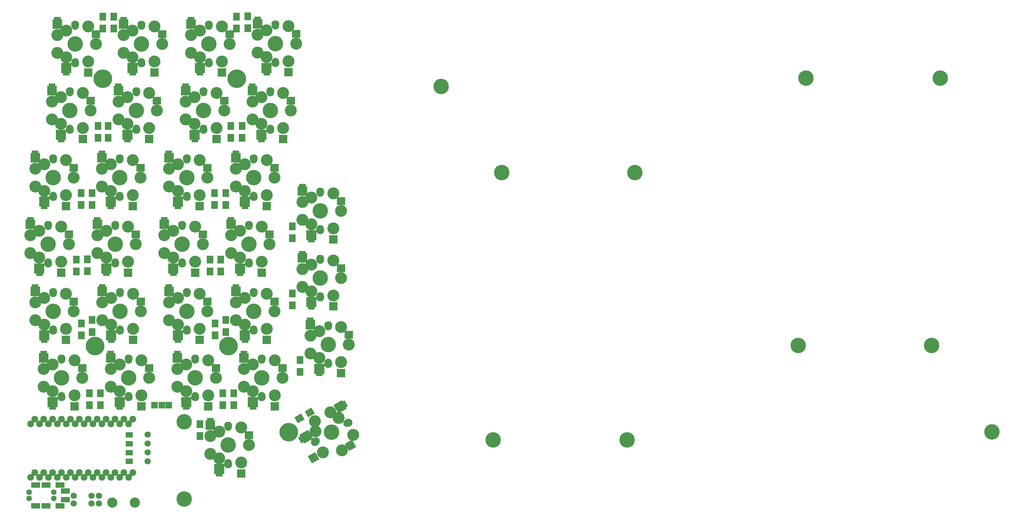
<source format=gbs>
G04 #@! TF.GenerationSoftware,KiCad,Pcbnew,5.1.5-52549c5~84~ubuntu18.04.1*
G04 #@! TF.CreationDate,2019-12-02T10:01:40+01:00*
G04 #@! TF.ProjectId,Lily58_Pro_OneForAll,4c696c79-3538-45f5-9072-6f5f4f6e6546,rev?*
G04 #@! TF.SameCoordinates,Original*
G04 #@! TF.FileFunction,Soldermask,Bot*
G04 #@! TF.FilePolarity,Negative*
%FSLAX46Y46*%
G04 Gerber Fmt 4.6, Leading zero omitted, Abs format (unit mm)*
G04 Created by KiCad (PCBNEW 5.1.5-52549c5~84~ubuntu18.04.1) date 2019-12-02 10:01:40*
%MOMM*%
%LPD*%
G04 APERTURE LIST*
%ADD10C,4.400000*%
%ADD11C,1.600000*%
%ADD12R,2.500000X1.600000*%
%ADD13R,1.924000X1.924000*%
%ADD14C,0.100000*%
%ADD15C,3.400000*%
%ADD16C,0.500000*%
%ADD17C,2.300000*%
%ADD18C,2.100000*%
%ADD19R,1.900000X1.100000*%
%ADD20R,2.400000X2.400000*%
%ADD21R,2.400000X2.300000*%
%ADD22R,2.900000X2.900000*%
%ADD23R,2.800000X2.800000*%
%ADD24C,1.924000*%
%ADD25C,5.300000*%
%ADD26C,1.797000*%
%ADD27R,1.035000X1.543000*%
%ADD28C,2.900000*%
%ADD29R,1.900000X2.200000*%
G04 APERTURE END LIST*
D10*
X237786000Y-110938000D03*
X239986000Y-34738000D03*
X275786000Y-110938000D03*
X278186000Y-34738000D03*
X292986000Y-135538000D03*
X191225000Y-61655000D03*
X189025000Y-137855000D03*
X136025000Y-37055000D03*
X150825000Y-137855000D03*
X153225000Y-61655000D03*
D11*
X25575000Y-154515000D03*
X18575000Y-154515000D03*
D12*
X27375000Y-156615000D03*
X28875000Y-152415000D03*
X20375000Y-156615000D03*
X23375000Y-156615000D03*
D11*
X18575000Y-152765000D03*
X25575000Y-152765000D03*
D12*
X20375000Y-150665000D03*
X23375000Y-150665000D03*
X27375000Y-150665000D03*
X28875000Y-154865000D03*
D13*
X54275000Y-127965000D03*
X56375000Y-127965000D03*
X58375000Y-127965000D03*
D14*
G36*
X96162470Y-138847660D02*
G01*
X95212470Y-137202212D01*
X96165098Y-136652212D01*
X97115098Y-138297660D01*
X96162470Y-138847660D01*
G37*
G36*
X108459069Y-128745994D02*
G01*
X107509069Y-127100546D01*
X108461697Y-126550546D01*
X109411697Y-128195994D01*
X108459069Y-128745994D01*
G37*
D15*
X106804557Y-131560295D03*
X106804557Y-131560295D03*
X100035295Y-132535591D03*
D16*
X106797547Y-131518154D03*
D15*
X110955127Y-136369294D03*
D14*
G36*
X100049424Y-141280064D02*
G01*
X101249424Y-143358524D01*
X99170964Y-144558524D01*
X97970964Y-142480064D01*
X100049424Y-141280064D01*
G37*
G36*
X110545800Y-137760320D02*
G01*
X111745800Y-139838780D01*
X109753942Y-140988780D01*
X108553942Y-138910320D01*
X110545800Y-137760320D01*
G37*
D15*
X102294873Y-141369294D03*
X107725000Y-140774550D03*
D16*
X100172453Y-135343154D03*
D14*
G36*
X98060162Y-134934558D02*
G01*
X99510162Y-137446032D01*
X96998688Y-138896032D01*
X95548688Y-136384558D01*
X98060162Y-134934558D01*
G37*
D15*
X104434705Y-129995591D03*
D10*
X104775000Y-135665000D03*
D17*
X100011860Y-138415000D03*
X109538140Y-132915000D03*
D18*
X109174409Y-133125000D03*
X100375591Y-138205000D03*
D15*
X100205443Y-135370295D03*
D14*
G36*
X107683781Y-126503155D02*
G01*
X109083781Y-128928027D01*
X106658909Y-130328027D01*
X105258909Y-127903155D01*
X107683781Y-126503155D01*
G37*
D19*
X99025000Y-81065000D03*
X96425000Y-65365000D03*
D15*
X98985000Y-68755000D03*
X98985000Y-68755000D03*
X96445000Y-75105000D03*
D16*
X98945000Y-68740000D03*
D15*
X105225000Y-67565000D03*
D20*
X105225000Y-80665000D03*
D21*
X107425000Y-69765000D03*
D15*
X105225000Y-77565000D03*
X107425000Y-72565000D03*
D16*
X98945000Y-76390000D03*
D22*
X98985000Y-79465000D03*
D15*
X96445000Y-70025000D03*
D10*
X101525000Y-72565000D03*
D17*
X101525000Y-78065000D03*
X101525000Y-67065000D03*
D18*
X101525000Y-67485000D03*
X101525000Y-77645000D03*
D15*
X98984999Y-76375000D03*
D23*
X96445000Y-66865000D03*
D19*
X99025000Y-100165000D03*
X96425000Y-84465000D03*
D15*
X98985000Y-87855000D03*
X98985000Y-87855000D03*
X96445000Y-94205000D03*
D16*
X98945000Y-87840000D03*
D15*
X105225000Y-86665000D03*
D20*
X105225000Y-99765000D03*
D21*
X107425000Y-88865000D03*
D15*
X105225000Y-96665000D03*
X107425000Y-91665000D03*
D16*
X98945000Y-95490000D03*
D22*
X98985000Y-98565000D03*
D15*
X96445000Y-89125000D03*
D10*
X101525000Y-91665000D03*
D17*
X101525000Y-97165000D03*
X101525000Y-86165000D03*
D18*
X101525000Y-86585000D03*
X101525000Y-96745000D03*
D15*
X98984999Y-95475000D03*
D23*
X96445000Y-85965000D03*
D19*
X101275000Y-119165000D03*
X98675000Y-103465000D03*
D15*
X101235000Y-106855000D03*
X101235000Y-106855000D03*
X98695000Y-113205000D03*
D16*
X101195000Y-106840000D03*
D15*
X107475000Y-105665000D03*
D20*
X107475000Y-118765000D03*
D21*
X109675000Y-107865000D03*
D15*
X107475000Y-115665000D03*
X109675000Y-110665000D03*
D16*
X101195000Y-114490000D03*
D22*
X101235000Y-117565000D03*
D15*
X98695000Y-108125000D03*
D10*
X103775000Y-110665000D03*
D17*
X103775000Y-116165000D03*
X103775000Y-105165000D03*
D18*
X103775000Y-105585000D03*
X103775000Y-115745000D03*
D15*
X101234999Y-114475000D03*
D23*
X98695000Y-104965000D03*
D19*
X72775000Y-147765000D03*
X70175000Y-132065000D03*
D15*
X72735000Y-135455000D03*
X72735000Y-135455000D03*
X70195000Y-141805000D03*
D16*
X72695000Y-135440000D03*
D15*
X78975000Y-134265000D03*
D20*
X78975000Y-147365000D03*
D21*
X81175000Y-136465000D03*
D15*
X78975000Y-144265000D03*
X81175000Y-139265000D03*
D16*
X72695000Y-143090000D03*
D22*
X72735000Y-146165000D03*
D15*
X70195000Y-136725000D03*
D10*
X75275000Y-139265000D03*
D17*
X75275000Y-144765000D03*
X75275000Y-133765000D03*
D18*
X75275000Y-134185000D03*
X75275000Y-144345000D03*
D15*
X72734999Y-143075000D03*
D23*
X70195000Y-133565000D03*
D19*
X86275000Y-33415000D03*
X83675000Y-17715000D03*
D15*
X86235000Y-21105000D03*
X86235000Y-21105000D03*
X83695000Y-27455000D03*
D16*
X86195000Y-21090000D03*
D15*
X92475000Y-19915000D03*
D20*
X92475000Y-33015000D03*
D21*
X94675000Y-22115000D03*
D15*
X92475000Y-29915000D03*
X94675000Y-24915000D03*
D16*
X86195000Y-28740000D03*
D22*
X86235000Y-31815000D03*
D15*
X83695000Y-22375000D03*
D10*
X88775000Y-24915000D03*
D17*
X88775000Y-30415000D03*
X88775000Y-19415000D03*
D18*
X88775000Y-19835000D03*
X88775000Y-29995000D03*
D15*
X86234999Y-28725000D03*
D23*
X83695000Y-19215000D03*
D19*
X84775000Y-52465000D03*
X82175000Y-36765000D03*
D15*
X84735000Y-40155000D03*
X84735000Y-40155000D03*
X82195000Y-46505000D03*
D16*
X84695000Y-40140000D03*
D15*
X90975000Y-38965000D03*
D20*
X90975000Y-52065000D03*
D21*
X93175000Y-41165000D03*
D15*
X90975000Y-48965000D03*
X93175000Y-43965000D03*
D16*
X84695000Y-47790000D03*
D22*
X84735000Y-50865000D03*
D15*
X82195000Y-41425000D03*
D10*
X87275000Y-43965000D03*
D17*
X87275000Y-49465000D03*
X87275000Y-38465000D03*
D18*
X87275000Y-38885000D03*
X87275000Y-49045000D03*
D15*
X84734999Y-47775000D03*
D23*
X82195000Y-38265000D03*
D19*
X80075000Y-71565000D03*
X77475000Y-55865000D03*
D15*
X80035000Y-59255000D03*
X80035000Y-59255000D03*
X77495000Y-65605000D03*
D16*
X79995000Y-59240000D03*
D15*
X86275000Y-58065000D03*
D20*
X86275000Y-71165000D03*
D21*
X88475000Y-60265000D03*
D15*
X86275000Y-68065000D03*
X88475000Y-63065000D03*
D16*
X79995000Y-66890000D03*
D22*
X80035000Y-69965000D03*
D15*
X77495000Y-60525000D03*
D10*
X82575000Y-63065000D03*
D17*
X82575000Y-68565000D03*
X82575000Y-57565000D03*
D18*
X82575000Y-57985000D03*
X82575000Y-68145000D03*
D15*
X80034999Y-66875000D03*
D23*
X77495000Y-57365000D03*
D19*
X78675000Y-90565000D03*
X76075000Y-74865000D03*
D15*
X78635000Y-78255000D03*
X78635000Y-78255000D03*
X76095000Y-84605000D03*
D16*
X78595000Y-78240000D03*
D15*
X84875000Y-77065000D03*
D20*
X84875000Y-90165000D03*
D21*
X87075000Y-79265000D03*
D15*
X84875000Y-87065000D03*
X87075000Y-82065000D03*
D16*
X78595000Y-85890000D03*
D22*
X78635000Y-88965000D03*
D15*
X76095000Y-79525000D03*
D10*
X81175000Y-82065000D03*
D17*
X81175000Y-87565000D03*
X81175000Y-76565000D03*
D18*
X81175000Y-76985000D03*
X81175000Y-87145000D03*
D15*
X78634999Y-85875000D03*
D23*
X76095000Y-76365000D03*
D19*
X80075000Y-109665000D03*
X77475000Y-93965000D03*
D15*
X80035000Y-97355000D03*
X80035000Y-97355000D03*
X77495000Y-103705000D03*
D16*
X79995000Y-97340000D03*
D15*
X86275000Y-96165000D03*
D20*
X86275000Y-109265000D03*
D21*
X88475000Y-98365000D03*
D15*
X86275000Y-106165000D03*
X88475000Y-101165000D03*
D16*
X79995000Y-104990000D03*
D22*
X80035000Y-108065000D03*
D15*
X77495000Y-98625000D03*
D10*
X82575000Y-101165000D03*
D17*
X82575000Y-106665000D03*
X82575000Y-95665000D03*
D18*
X82575000Y-96085000D03*
X82575000Y-106245000D03*
D15*
X80034999Y-104975000D03*
D23*
X77495000Y-95465000D03*
D19*
X82375000Y-128665000D03*
X79775000Y-112965000D03*
D15*
X82335000Y-116355000D03*
X82335000Y-116355000D03*
X79795000Y-122705000D03*
D16*
X82295000Y-116340000D03*
D15*
X88575000Y-115165000D03*
D20*
X88575000Y-128265000D03*
D21*
X90775000Y-117365000D03*
D15*
X88575000Y-125165000D03*
X90775000Y-120165000D03*
D16*
X82295000Y-123990000D03*
D22*
X82335000Y-127065000D03*
D15*
X79795000Y-117625000D03*
D10*
X84875000Y-120165000D03*
D17*
X84875000Y-125665000D03*
X84875000Y-114665000D03*
D18*
X84875000Y-115085000D03*
X84875000Y-125245000D03*
D15*
X82334999Y-123975000D03*
D23*
X79795000Y-114465000D03*
D19*
X67275000Y-33465000D03*
X64675000Y-17765000D03*
D15*
X67235000Y-21155000D03*
X67235000Y-21155000D03*
X64695000Y-27505000D03*
D16*
X67195000Y-21140000D03*
D15*
X73475000Y-19965000D03*
D20*
X73475000Y-33065000D03*
D21*
X75675000Y-22165000D03*
D15*
X73475000Y-29965000D03*
X75675000Y-24965000D03*
D16*
X67195000Y-28790000D03*
D22*
X67235000Y-31865000D03*
D15*
X64695000Y-22425000D03*
D10*
X69775000Y-24965000D03*
D17*
X69775000Y-30465000D03*
X69775000Y-19465000D03*
D18*
X69775000Y-19885000D03*
X69775000Y-30045000D03*
D15*
X67234999Y-28775000D03*
D23*
X64695000Y-19265000D03*
D19*
X65775000Y-52465000D03*
X63175000Y-36765000D03*
D15*
X65735000Y-40155000D03*
X65735000Y-40155000D03*
X63195000Y-46505000D03*
D16*
X65695000Y-40140000D03*
D15*
X71975000Y-38965000D03*
D20*
X71975000Y-52065000D03*
D21*
X74175000Y-41165000D03*
D15*
X71975000Y-48965000D03*
X74175000Y-43965000D03*
D16*
X65695000Y-47790000D03*
D22*
X65735000Y-50865000D03*
D15*
X63195000Y-41425000D03*
D10*
X68275000Y-43965000D03*
D17*
X68275000Y-49465000D03*
X68275000Y-38465000D03*
D18*
X68275000Y-38885000D03*
X68275000Y-49045000D03*
D15*
X65734999Y-47775000D03*
D23*
X63195000Y-38265000D03*
D19*
X60975000Y-71565000D03*
X58375000Y-55865000D03*
D15*
X60935000Y-59255000D03*
X60935000Y-59255000D03*
X58395000Y-65605000D03*
D16*
X60895000Y-59240000D03*
D15*
X67175000Y-58065000D03*
D20*
X67175000Y-71165000D03*
D21*
X69375000Y-60265000D03*
D15*
X67175000Y-68065000D03*
X69375000Y-63065000D03*
D16*
X60895000Y-66890000D03*
D22*
X60935000Y-69965000D03*
D15*
X58395000Y-60525000D03*
D10*
X63475000Y-63065000D03*
D17*
X63475000Y-68565000D03*
X63475000Y-57565000D03*
D18*
X63475000Y-57985000D03*
X63475000Y-68145000D03*
D15*
X60934999Y-66875000D03*
D23*
X58395000Y-57365000D03*
D19*
X59675000Y-90565000D03*
X57075000Y-74865000D03*
D15*
X59635000Y-78255000D03*
X59635000Y-78255000D03*
X57095000Y-84605000D03*
D16*
X59595000Y-78240000D03*
D15*
X65875000Y-77065000D03*
D20*
X65875000Y-90165000D03*
D21*
X68075000Y-79265000D03*
D15*
X65875000Y-87065000D03*
X68075000Y-82065000D03*
D16*
X59595000Y-85890000D03*
D22*
X59635000Y-88965000D03*
D15*
X57095000Y-79525000D03*
D10*
X62175000Y-82065000D03*
D17*
X62175000Y-87565000D03*
X62175000Y-76565000D03*
D18*
X62175000Y-76985000D03*
X62175000Y-87145000D03*
D15*
X59634999Y-85875000D03*
D23*
X57095000Y-76365000D03*
D19*
X60975000Y-109665000D03*
X58375000Y-93965000D03*
D15*
X60935000Y-97355000D03*
X60935000Y-97355000D03*
X58395000Y-103705000D03*
D16*
X60895000Y-97340000D03*
D15*
X67175000Y-96165000D03*
D20*
X67175000Y-109265000D03*
D21*
X69375000Y-98365000D03*
D15*
X67175000Y-106165000D03*
X69375000Y-101165000D03*
D16*
X60895000Y-104990000D03*
D22*
X60935000Y-108065000D03*
D15*
X58395000Y-98625000D03*
D10*
X63475000Y-101165000D03*
D17*
X63475000Y-106665000D03*
X63475000Y-95665000D03*
D18*
X63475000Y-96085000D03*
X63475000Y-106245000D03*
D15*
X60934999Y-104975000D03*
D23*
X58395000Y-95465000D03*
D19*
X63375000Y-128665000D03*
X60775000Y-112965000D03*
D15*
X63335000Y-116355000D03*
X63335000Y-116355000D03*
X60795000Y-122705000D03*
D16*
X63295000Y-116340000D03*
D15*
X69575000Y-115165000D03*
D20*
X69575000Y-128265000D03*
D21*
X71775000Y-117365000D03*
D15*
X69575000Y-125165000D03*
X71775000Y-120165000D03*
D16*
X63295000Y-123990000D03*
D22*
X63335000Y-127065000D03*
D15*
X60795000Y-117625000D03*
D10*
X65875000Y-120165000D03*
D17*
X65875000Y-125665000D03*
X65875000Y-114665000D03*
D18*
X65875000Y-115085000D03*
X65875000Y-125245000D03*
D15*
X63334999Y-123975000D03*
D23*
X60795000Y-114465000D03*
D19*
X48075000Y-33465000D03*
X45475000Y-17765000D03*
D15*
X48035000Y-21155000D03*
X48035000Y-21155000D03*
X45495000Y-27505000D03*
D16*
X47995000Y-21140000D03*
D15*
X54275000Y-19965000D03*
D20*
X54275000Y-33065000D03*
D21*
X56475000Y-22165000D03*
D15*
X54275000Y-29965000D03*
X56475000Y-24965000D03*
D16*
X47995000Y-28790000D03*
D22*
X48035000Y-31865000D03*
D15*
X45495000Y-22425000D03*
D10*
X50575000Y-24965000D03*
D17*
X50575000Y-30465000D03*
X50575000Y-19465000D03*
D18*
X50575000Y-19885000D03*
X50575000Y-30045000D03*
D15*
X48034999Y-28775000D03*
D23*
X45495000Y-19265000D03*
D19*
X46575000Y-52465000D03*
X43975000Y-36765000D03*
D15*
X46535000Y-40155000D03*
X46535000Y-40155000D03*
X43995000Y-46505000D03*
D16*
X46495000Y-40140000D03*
D15*
X52775000Y-38965000D03*
D20*
X52775000Y-52065000D03*
D21*
X54975000Y-41165000D03*
D15*
X52775000Y-48965000D03*
X54975000Y-43965000D03*
D16*
X46495000Y-47790000D03*
D22*
X46535000Y-50865000D03*
D15*
X43995000Y-41425000D03*
D10*
X49075000Y-43965000D03*
D17*
X49075000Y-49465000D03*
X49075000Y-38465000D03*
D18*
X49075000Y-38885000D03*
X49075000Y-49045000D03*
D15*
X46534999Y-47775000D03*
D23*
X43995000Y-38265000D03*
D19*
X41875000Y-71565000D03*
X39275000Y-55865000D03*
D15*
X41835000Y-59255000D03*
X41835000Y-59255000D03*
X39295000Y-65605000D03*
D16*
X41795000Y-59240000D03*
D15*
X48075000Y-58065000D03*
D20*
X48075000Y-71165000D03*
D21*
X50275000Y-60265000D03*
D15*
X48075000Y-68065000D03*
X50275000Y-63065000D03*
D16*
X41795000Y-66890000D03*
D22*
X41835000Y-69965000D03*
D15*
X39295000Y-60525000D03*
D10*
X44375000Y-63065000D03*
D17*
X44375000Y-68565000D03*
X44375000Y-57565000D03*
D18*
X44375000Y-57985000D03*
X44375000Y-68145000D03*
D15*
X41834999Y-66875000D03*
D23*
X39295000Y-57365000D03*
D19*
X40575000Y-90565000D03*
X37975000Y-74865000D03*
D15*
X40535000Y-78255000D03*
X40535000Y-78255000D03*
X37995000Y-84605000D03*
D16*
X40495000Y-78240000D03*
D15*
X46775000Y-77065000D03*
D20*
X46775000Y-90165000D03*
D21*
X48975000Y-79265000D03*
D15*
X46775000Y-87065000D03*
X48975000Y-82065000D03*
D16*
X40495000Y-85890000D03*
D22*
X40535000Y-88965000D03*
D15*
X37995000Y-79525000D03*
D10*
X43075000Y-82065000D03*
D17*
X43075000Y-87565000D03*
X43075000Y-76565000D03*
D18*
X43075000Y-76985000D03*
X43075000Y-87145000D03*
D15*
X40534999Y-85875000D03*
D23*
X37995000Y-76365000D03*
D19*
X41975000Y-109665000D03*
X39375000Y-93965000D03*
D15*
X41935000Y-97355000D03*
X41935000Y-97355000D03*
X39395000Y-103705000D03*
D16*
X41895000Y-97340000D03*
D15*
X48175000Y-96165000D03*
D20*
X48175000Y-109265000D03*
D21*
X50375000Y-98365000D03*
D15*
X48175000Y-106165000D03*
X50375000Y-101165000D03*
D16*
X41895000Y-104990000D03*
D22*
X41935000Y-108065000D03*
D15*
X39395000Y-98625000D03*
D10*
X44475000Y-101165000D03*
D17*
X44475000Y-106665000D03*
X44475000Y-95665000D03*
D18*
X44475000Y-96085000D03*
X44475000Y-106245000D03*
D15*
X41934999Y-104975000D03*
D23*
X39395000Y-95465000D03*
D19*
X44375000Y-128665000D03*
X41775000Y-112965000D03*
D15*
X44335000Y-116355000D03*
X44335000Y-116355000D03*
X41795000Y-122705000D03*
D16*
X44295000Y-116340000D03*
D15*
X50575000Y-115165000D03*
D20*
X50575000Y-128265000D03*
D21*
X52775000Y-117365000D03*
D15*
X50575000Y-125165000D03*
X52775000Y-120165000D03*
D16*
X44295000Y-123990000D03*
D22*
X44335000Y-127065000D03*
D15*
X41795000Y-117625000D03*
D10*
X46875000Y-120165000D03*
D17*
X46875000Y-125665000D03*
X46875000Y-114665000D03*
D18*
X46875000Y-115085000D03*
X46875000Y-125245000D03*
D15*
X44334999Y-123975000D03*
D23*
X41795000Y-114465000D03*
D19*
X29175000Y-33465000D03*
X26575000Y-17765000D03*
D15*
X29135000Y-21155000D03*
X29135000Y-21155000D03*
X26595000Y-27505000D03*
D16*
X29095000Y-21140000D03*
D15*
X35375000Y-19965000D03*
D20*
X35375000Y-33065000D03*
D21*
X37575000Y-22165000D03*
D15*
X35375000Y-29965000D03*
X37575000Y-24965000D03*
D16*
X29095000Y-28790000D03*
D22*
X29135000Y-31865000D03*
D15*
X26595000Y-22425000D03*
D10*
X31675000Y-24965000D03*
D17*
X31675000Y-30465000D03*
X31675000Y-19465000D03*
D18*
X31675000Y-19885000D03*
X31675000Y-30045000D03*
D15*
X29134999Y-28775000D03*
D23*
X26595000Y-19265000D03*
D19*
X27675000Y-52465000D03*
X25075000Y-36765000D03*
D15*
X27635000Y-40155000D03*
X27635000Y-40155000D03*
X25095000Y-46505000D03*
D16*
X27595000Y-40140000D03*
D15*
X33875000Y-38965000D03*
D20*
X33875000Y-52065000D03*
D21*
X36075000Y-41165000D03*
D15*
X33875000Y-48965000D03*
X36075000Y-43965000D03*
D16*
X27595000Y-47790000D03*
D22*
X27635000Y-50865000D03*
D15*
X25095000Y-41425000D03*
D10*
X30175000Y-43965000D03*
D17*
X30175000Y-49465000D03*
X30175000Y-38465000D03*
D18*
X30175000Y-38885000D03*
X30175000Y-49045000D03*
D15*
X27634999Y-47775000D03*
D23*
X25095000Y-38265000D03*
D19*
X22875000Y-71565000D03*
X20275000Y-55865000D03*
D15*
X22835000Y-59255000D03*
X22835000Y-59255000D03*
X20295000Y-65605000D03*
D16*
X22795000Y-59240000D03*
D15*
X29075000Y-58065000D03*
D20*
X29075000Y-71165000D03*
D21*
X31275000Y-60265000D03*
D15*
X29075000Y-68065000D03*
X31275000Y-63065000D03*
D16*
X22795000Y-66890000D03*
D22*
X22835000Y-69965000D03*
D15*
X20295000Y-60525000D03*
D10*
X25375000Y-63065000D03*
D17*
X25375000Y-68565000D03*
X25375000Y-57565000D03*
D18*
X25375000Y-57985000D03*
X25375000Y-68145000D03*
D15*
X22834999Y-66875000D03*
D23*
X20295000Y-57365000D03*
D19*
X21485000Y-90565000D03*
X18885000Y-74865000D03*
D15*
X21445000Y-78255000D03*
X21445000Y-78255000D03*
X18905000Y-84605000D03*
D16*
X21405000Y-78240000D03*
D15*
X27685000Y-77065000D03*
D20*
X27685000Y-90165000D03*
D21*
X29885000Y-79265000D03*
D15*
X27685000Y-87065000D03*
X29885000Y-82065000D03*
D16*
X21405000Y-85890000D03*
D22*
X21445000Y-88965000D03*
D15*
X18905000Y-79525000D03*
D10*
X23985000Y-82065000D03*
D17*
X23985000Y-87565000D03*
X23985000Y-76565000D03*
D18*
X23985000Y-76985000D03*
X23985000Y-87145000D03*
D15*
X21444999Y-85875000D03*
D23*
X18905000Y-76365000D03*
D19*
X22875000Y-109665000D03*
X20275000Y-93965000D03*
D15*
X22835000Y-97355000D03*
X22835000Y-97355000D03*
X20295000Y-103705000D03*
D16*
X22795000Y-97340000D03*
D15*
X29075000Y-96165000D03*
D20*
X29075000Y-109265000D03*
D21*
X31275000Y-98365000D03*
D15*
X29075000Y-106165000D03*
X31275000Y-101165000D03*
D16*
X22795000Y-104990000D03*
D22*
X22835000Y-108065000D03*
D15*
X20295000Y-98625000D03*
D10*
X25375000Y-101165000D03*
D17*
X25375000Y-106665000D03*
X25375000Y-95665000D03*
D18*
X25375000Y-96085000D03*
X25375000Y-106245000D03*
D15*
X22834999Y-104975000D03*
D23*
X20295000Y-95465000D03*
D19*
X25275000Y-128665000D03*
X22675000Y-112965000D03*
D15*
X25235000Y-116355000D03*
X25235000Y-116355000D03*
X22695000Y-122705000D03*
D16*
X25195000Y-116340000D03*
D15*
X31475000Y-115165000D03*
D20*
X31475000Y-128265000D03*
D21*
X33675000Y-117365000D03*
D15*
X31475000Y-125165000D03*
X33675000Y-120165000D03*
D16*
X25195000Y-123990000D03*
D22*
X25235000Y-127065000D03*
D15*
X22695000Y-117625000D03*
D10*
X27775000Y-120165000D03*
D17*
X27775000Y-125665000D03*
X27775000Y-114665000D03*
D18*
X27775000Y-115085000D03*
X27775000Y-125245000D03*
D15*
X25234999Y-123975000D03*
D23*
X22695000Y-114465000D03*
D24*
X19005000Y-133245000D03*
X21545000Y-133245000D03*
X24085000Y-133245000D03*
X26625000Y-133245000D03*
X29165000Y-133245000D03*
X31705000Y-133245000D03*
X34245000Y-133245000D03*
X36785000Y-133245000D03*
X39325000Y-133245000D03*
X41865000Y-133245000D03*
X44405000Y-133245000D03*
X46945000Y-133245000D03*
X46945000Y-148485000D03*
X44405000Y-148485000D03*
X41865000Y-148485000D03*
X39325000Y-148485000D03*
X36785000Y-148485000D03*
X34245000Y-148485000D03*
X31705000Y-148485000D03*
X29165000Y-148485000D03*
X26625000Y-148485000D03*
X24085000Y-148485000D03*
X21545000Y-148485000D03*
X19005000Y-148485000D03*
X30360745Y-131946185D03*
X35440745Y-131946185D03*
X20200745Y-147186185D03*
X22740745Y-131946185D03*
X45600745Y-131946185D03*
X48140745Y-147186185D03*
X37980745Y-131946185D03*
X40520745Y-131946185D03*
X37980745Y-147186185D03*
X43060745Y-147186185D03*
X30360745Y-147186185D03*
X27820745Y-147186185D03*
X22740745Y-147186185D03*
X32900745Y-147186185D03*
X48140745Y-131946185D03*
X40520745Y-147186185D03*
X20200745Y-131946185D03*
X25280745Y-131946185D03*
X45600745Y-147186185D03*
X27820745Y-131946185D03*
X32900745Y-131946185D03*
X35440745Y-147186185D03*
X43060745Y-131946185D03*
X25280745Y-147186185D03*
D25*
X37375000Y-111065000D03*
X39575000Y-34865000D03*
X75375000Y-111065000D03*
X77775000Y-34865000D03*
X92575000Y-135665000D03*
D26*
X38475000Y-155965000D03*
X38475000Y-153765000D03*
X36354272Y-153726965D03*
X31274272Y-153726965D03*
X31274272Y-155976965D03*
X36354272Y-155976965D03*
D27*
X46574620Y-136365000D03*
X47575380Y-136365000D03*
X47575380Y-138965000D03*
X46574620Y-138965000D03*
X46574620Y-141465000D03*
X47575380Y-141465000D03*
X47575380Y-143965000D03*
X46574620Y-143965000D03*
D28*
X48725000Y-155665000D03*
X42225000Y-155665000D03*
D29*
X35775000Y-127965000D03*
X35775000Y-124565000D03*
X33475000Y-108065000D03*
X33475000Y-104665000D03*
X31975000Y-89865000D03*
X31975000Y-86465000D03*
X33375000Y-70865000D03*
X33375000Y-67465000D03*
X38175000Y-48365000D03*
X38175000Y-51765000D03*
X39575000Y-20565000D03*
X39575000Y-17165000D03*
X38875000Y-124565000D03*
X38875000Y-127965000D03*
X36475000Y-103665000D03*
X36475000Y-107065000D03*
X35175000Y-86365000D03*
X35175000Y-89765000D03*
X36475000Y-70865000D03*
X36475000Y-67465000D03*
X41075000Y-48365000D03*
X41075000Y-51765000D03*
X42675000Y-17165000D03*
X42675000Y-20565000D03*
X73775000Y-127965000D03*
X73775000Y-124565000D03*
X71575000Y-104665000D03*
X71575000Y-108065000D03*
X70075000Y-86465000D03*
X70075000Y-89865000D03*
X71375000Y-70865000D03*
X71375000Y-67465000D03*
X76075000Y-51765000D03*
X76075000Y-48365000D03*
X77675000Y-17165000D03*
X77675000Y-20565000D03*
X76875000Y-124565000D03*
X76875000Y-127965000D03*
X74575000Y-107065000D03*
X74575000Y-103665000D03*
X73175000Y-86465000D03*
X73175000Y-89865000D03*
X74575000Y-70865000D03*
X74575000Y-67465000D03*
X79275000Y-48365000D03*
X79275000Y-51765000D03*
X80875000Y-20465000D03*
X80875000Y-17065000D03*
X67275000Y-136765000D03*
X67275000Y-133365000D03*
D14*
G36*
X98069615Y-131387724D02*
G01*
X97119615Y-129742276D01*
X99024871Y-128642276D01*
X99974871Y-130287724D01*
X98069615Y-131387724D01*
G37*
G36*
X95125129Y-133087724D02*
G01*
X94175129Y-131442276D01*
X96080385Y-130342276D01*
X97030385Y-131987724D01*
X95125129Y-133087724D01*
G37*
D29*
X95775000Y-118465000D03*
X95775000Y-115065000D03*
X93575000Y-96065000D03*
X93575000Y-99465000D03*
X93575000Y-80365000D03*
X93575000Y-76965000D03*
D10*
X62775000Y-154665000D03*
X62775000Y-132665000D03*
D26*
X52375000Y-143965000D03*
X52375000Y-141425000D03*
X52375000Y-138885000D03*
X52375000Y-136345000D03*
M02*

</source>
